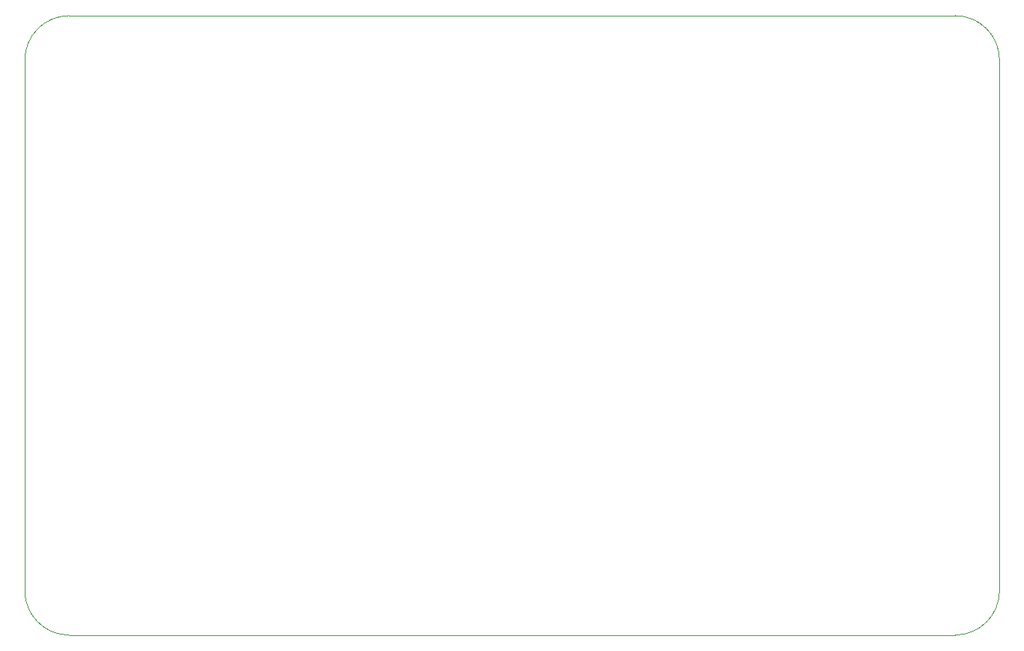
<source format=gbr>
%TF.GenerationSoftware,KiCad,Pcbnew,(5.99.0-13288-g9941a52e75)*%
%TF.CreationDate,2021-11-14T22:41:22-05:00*%
%TF.ProjectId,davis-receiver-kc6,64617669-732d-4726-9563-65697665722d,rev?*%
%TF.SameCoordinates,Original*%
%TF.FileFunction,Profile,NP*%
%FSLAX46Y46*%
G04 Gerber Fmt 4.6, Leading zero omitted, Abs format (unit mm)*
G04 Created by KiCad (PCBNEW (5.99.0-13288-g9941a52e75)) date 2021-11-14 22:41:22*
%MOMM*%
%LPD*%
G01*
G04 APERTURE LIST*
%TA.AperFunction,Profile*%
%ADD10C,0.100000*%
%TD*%
G04 APERTURE END LIST*
D10*
X122000000Y-87000000D02*
G75*
G03*
X127000000Y-82000000I-1J5000001D01*
G01*
X22000000Y-17000000D02*
X122000000Y-17000000D01*
X22000000Y-17000000D02*
G75*
G03*
X17000000Y-22000000I1J-5000001D01*
G01*
X127000000Y-22000000D02*
G75*
G03*
X122000000Y-17000000I-5000001J-1D01*
G01*
X122000000Y-87000000D02*
X22000000Y-87000000D01*
X127000000Y-22000000D02*
X127000000Y-82000000D01*
X17000000Y-82000000D02*
X17000000Y-22000000D01*
X17000000Y-82000000D02*
G75*
G03*
X22000000Y-87000000I5000001J1D01*
G01*
M02*

</source>
